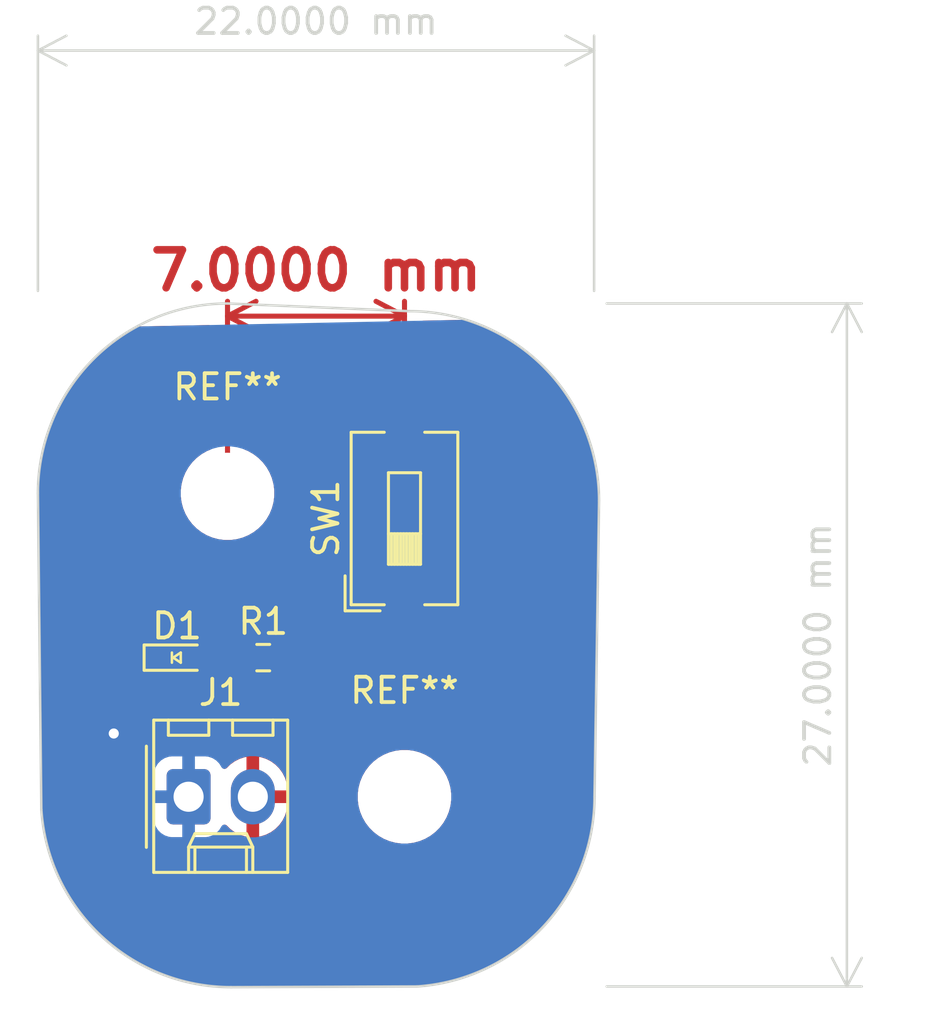
<source format=kicad_pcb>
(kicad_pcb (version 20240108) (generator "pcbnew") (generator_version "8.0")
  (title_block (title "LED Project") (date "2022-08-16") (rev "1.0") (company "Illini Solar Car") (comment 1 "Designed By: Haris Yunus"))
  (layers (0 "F.Cu" signal) (31 "B.Cu" signal) (34 "B.Paste" user) (35 "F.Paste" user) (36 "B.SilkS" user "B.Silkscreen") (37 "F.SilkS" user "F.Silkscreen") (38 "B.Mask" user) (39 "F.Mask" user) (44 "Edge.Cuts" user))
  (net 0 "")
  (net 1 "Net-(D1-A)")
  (net 2 "GND")
  (net 3 "+3V3")
  (net 4 "Net-(R1-Pad1)")
  (footprint "Resistor_SMD:R_0603_1608Metric_Pad0.98x0.95mm_HandSolder" (layer "F.Cu") (at 59.4125 46)
    (property "Reference" "R1" (at 0 -1.43 0) (layer "F.SilkS"))
    (property "Value" "105")
    (fp_line (start -0.254724 -0.5225) (end 0.254724 -0.5225) (stroke (width 0.12)) (layer "F.SilkS"))
    (fp_line (start -0.254724 0.5225) (end 0.254724 0.5225) (stroke (width 0.12)) (layer "F.SilkS"))
    (pad "1" smd roundrect (at -0.9125 0) (size 0.975 0.95) (layers "F.Cu" "F.Paste" "F.Mask") (net 4 "Net-(R1-Pad1)"))
    (pad "2" smd roundrect (at 0.9125 0) (size 0.975 0.95) (layers "F.Cu" "F.Paste" "F.Mask") (net 1 "Net-(D1-A)"))
  )
  (footprint "MountingHole:MountingHole_3.2mm_M3" (layer "F.Cu") (at 65 51.5)
    (property "Reference" "REF**" (at 0 -4.2 0) (layer "F.SilkS"))
    (property "Value" "MountingHole_3.2mm_M3")
    (pad "" np_thru_hole circle (at 0 0) (size 3.2 3.2) (drill 3.2) (layers "*.Cu" "*.Mask"))
  )
  (footprint "Button_Switch_SMD:SW_DIP_SPSTx01_Slide_6.7x4.1mm_W8.61mm_P2.54mm_LowProfile" (layer "F.Cu") (at 65 40.5 90)
    (property "Reference" "SW1" (at 0 -3.11 90) (layer "F.SilkS"))
    (property "Value" "SW_Push")
    (fp_line (start -3.65 -2.35) (end -2.267 -2.35) (stroke (width 0.12)) (layer "F.SilkS"))
    (fp_line (start -3.65 -2.35) (end -3.65 -0.967) (stroke (width 0.12)) (layer "F.SilkS"))
    (fp_line (start 3.41 -2.11) (end 3.41 -0.8) (stroke (width 0.12)) (layer "F.SilkS"))
    (fp_line (start -3.41 -2.11) (end 3.41 -2.11) (stroke (width 0.12)) (layer "F.SilkS"))
    (fp_line (start -3.41 -2.11) (end -3.41 -0.8) (stroke (width 0.12)) (layer "F.SilkS"))
    (fp_line (start 1.81 -0.635) (end -1.81 -0.635) (stroke (width 0.12)) (layer "F.SilkS"))
    (fp_line (start -0.603333 -0.635) (end -0.603333 0.635) (stroke (width 0.12)) (layer "F.SilkS"))
    (fp_line (start -1.81 -0.635) (end -1.81 0.635) (stroke (width 0.12)) (layer "F.SilkS"))
    (fp_line (start -1.81 -0.515) (end -0.603333 -0.515) (stroke (width 0.12)) (layer "F.SilkS"))
    (fp_line (start -1.81 -0.395) (end -0.603333 -0.395) (stroke (width 0.12)) (layer "F.SilkS"))
    (fp_line (start -1.81 -0.275) (end -0.603333 -0.275) (stroke (width 0.12)) (layer "F.SilkS"))
    (fp_line (start -1.81 -0.155) (end -0.603333 -0.155) (stroke (width 0.12)) (layer "F.SilkS"))
    (fp_line (start -1.81 -0.035) (end -0.603333 -0.035) (stroke (width 0.12)) (layer "F.SilkS"))
    (fp_line (start -1.81 0.085) (end -0.603333 0.085) (stroke (width 0.12)) (layer "F.SilkS"))
    (fp_line (start -1.81 0.205) (end -0.603333 0.205) (stroke (width 0.12)) (layer "F.SilkS"))
    (fp_line (start -1.81 0.325) (end -0.603333 0.325) (stroke (width 0.12)) (layer "F.SilkS"))
    (fp_line (start -1.81 0.445) (end -0.603333 0.445) (stroke (width 0.12)) (layer "F.SilkS"))
    (fp_line (start -1.81 0.565) (end -0.603333 0.565) (stroke (width 0.12)) (layer "F.SilkS"))
    (fp_line (start 1.81 0.635) (end 1.81 -0.635) (stroke (width 0.12)) (layer "F.SilkS"))
    (fp_line (start -1.81 0.635) (end 1.81 0.635) (stroke (width 0.12)) (layer "F.SilkS"))
    (fp_line (start 3.41 0.8) (end 3.41 2.11) (stroke (width 0.12)) (layer "F.SilkS"))
    (fp_line (start -3.41 0.8) (end -3.41 2.11) (stroke (width 0.12)) (layer "F.SilkS"))
    (fp_line (start -3.41 2.11) (end 3.41 2.11) (stroke (width 0.12)) (layer "F.SilkS"))
    (pad "1" smd rect (at -4.305 0 90) (size 2.44 1.12) (layers "F.Cu" "F.Paste" "F.Mask") (net 3 "+3V3"))
    (pad "2" smd rect (at 4.305 0 90) (size 2.44 1.12) (layers "F.Cu" "F.Paste" "F.Mask") (net 4 "Net-(R1-Pad1)"))
  )
  (footprint "layout:LED_0603_Symbol_on_F.SilkS" (layer "F.Cu") (at 56 46)
    (property "Reference" "D1" (at 0 -1.25 0) (layer "F.SilkS"))
    (property "Value" "LED_RED")
    (fp_line (start -1.3 -0.5) (end -1.3 0.5) (stroke (width 0.12)) (layer "F.SilkS"))
    (fp_line (start -1.3 -0.5) (end 0.8 -0.5) (stroke (width 0.12)) (layer "F.SilkS"))
    (fp_line (start -1.3 0.5) (end 0.8 0.5) (stroke (width 0.12)) (layer "F.SilkS"))
    (fp_line (start -0.2 -0.2) (end -0.2 0.2) (stroke (width 0.1)) (layer "F.SilkS"))
    (fp_line (start -0.15 0) (end 0.15 -0.2) (stroke (width 0.1)) (layer "F.SilkS"))
    (fp_line (start 0.15 -0.2) (end 0.15 0.2) (stroke (width 0.1)) (layer "F.SilkS"))
    (fp_line (start 0.15 0.2) (end -0.15 0) (stroke (width 0.1)) (layer "F.SilkS"))
    (pad "1" smd rect (at -0.8 0 180) (size 0.8 0.8) (layers "F.Cu" "F.Paste" "F.Mask") (net 2 "GND"))
    (pad "2" smd rect (at 0.8 0 180) (size 0.8 0.8) (layers "F.Cu" "F.Paste" "F.Mask") (net 1 "Net-(D1-A)"))
  )
  (footprint "MountingHole:MountingHole_3.2mm_M3" (layer "F.Cu") (at 58 39.5)
    (property "Reference" "REF**" (at 0 -4.2 0) (layer "F.SilkS"))
    (property "Value" "MountingHole_3.2mm_M3")
    (pad "" np_thru_hole circle (at 0 0) (size 3.2 3.2) (drill 3.2) (layers "*.Cu" "*.Mask"))
  )
  (footprint "Connector_Molex:Molex_KK-254_AE-6410-02A_1x02_P2.54mm_Vertical" (layer "F.Cu") (at 56.46 51.5)
    (property "Reference" "J1" (at 1.27 -4.12 0) (layer "F.SilkS"))
    (property "Value" "Conn_01x02")
    (fp_line (start -1.67 -2) (end -1.67 2) (stroke (width 0.12)) (layer "F.SilkS"))
    (fp_line (start -1.38 -3.03) (end -1.38 2.99) (stroke (width 0.12)) (layer "F.SilkS"))
    (fp_line (start -1.38 2.99) (end 3.92 2.99) (stroke (width 0.12)) (layer "F.SilkS"))
    (fp_line (start -0.8 -3.03) (end -0.8 -2.43) (stroke (width 0.12)) (layer "F.SilkS"))
    (fp_line (start -0.8 -2.43) (end 0.8 -2.43) (stroke (width 0.12)) (layer "F.SilkS"))
    (fp_line (start 0 1.99) (end 0.25 1.46) (stroke (width 0.12)) (layer "F.SilkS"))
    (fp_line (start 0 1.99) (end 2.54 1.99) (stroke (width 0.12)) (layer "F.SilkS"))
    (fp_line (start 0 2.99) (end 0 1.99) (stroke (width 0.12)) (layer "F.SilkS"))
    (fp_line (start 0.25 1.46) (end 2.29 1.46) (stroke (width 0.12)) (layer "F.SilkS"))
    (fp_line (start 0.25 2.99) (end 0.25 1.99) (stroke (width 0.12)) (layer "F.SilkS"))
    (fp_line (start 0.8 -2.43) (end 0.8 -3.03) (stroke (width 0.12)) (layer "F.SilkS"))
    (fp_line (start 1.74 -3.03) (end 1.74 -2.43) (stroke (width 0.12)) (layer "F.SilkS"))
    (fp_line (start 1.74 -2.43) (end 3.34 -2.43) (stroke (width 0.12)) (layer "F.SilkS"))
    (fp_line (start 2.29 1.46) (end 2.54 1.99) (stroke (width 0.12)) (layer "F.SilkS"))
    (fp_line (start 2.29 2.99) (end 2.29 1.99) (stroke (width 0.12)) (layer "F.SilkS"))
    (fp_line (start 2.54 1.99) (end 2.54 2.99) (stroke (width 0.12)) (layer "F.SilkS"))
    (fp_line (start 3.34 -2.43) (end 3.34 -3.03) (stroke (width 0.12)) (layer "F.SilkS"))
    (fp_line (start 3.92 -3.03) (end -1.38 -3.03) (stroke (width 0.12)) (layer "F.SilkS"))
    (fp_line (start 3.92 2.99) (end 3.92 -3.03) (stroke (width 0.12)) (layer "F.SilkS"))
    (pad "1" thru_hole roundrect (at 0 0) (size 1.74 2.19) (drill 1.19) (layers "*.Cu" "*.Mask") (roundrect_rratio 0.143678) (net 2 "GND"))
    (pad "2" thru_hole oval (at 2.54 0) (size 1.74 2.19) (drill 1.19) (layers "*.Cu" "*.Mask") (net 3 "+3V3"))
  )
  (gr_line (start 65.5 59) (end 58.135254 59.027644) (stroke (width 0.1)) (layer "Edge.Cuts"))
  (gr_arc (start 58.135254 59.027644) (mid 53 57) (end 50.635254 52.010996) (stroke (width 0.1)) (layer "Edge.Cuts"))
  (gr_line (start 58 32) (end 65.196699 32.303301) (stroke (width 0.1)) (layer "Edge.Cuts"))
  (gr_line (start 72.696699 39.803301) (end 72.516648 51.5) (stroke (width 0.1)) (layer "Edge.Cuts"))
  (gr_arc (start 50.5 39.5) (mid 52.696699 34.196699) (end 58 32) (stroke (width 0.1)) (layer "Edge.Cuts"))
  (gr_line (start 50.635254 52.010996) (end 50.5 39.5) (stroke (width 0.1)) (layer "Edge.Cuts"))
  (gr_arc (start 72.516648 51.5) (mid 70.489004 56.635254) (end 65.5 59) (stroke (width 0.1)) (layer "Edge.Cuts"))
  (gr_arc (start 65.196699 32.303301) (mid 70.5 34.5) (end 72.696699 39.803301) (stroke (width 0.1)) (layer "Edge.Cuts"))
  (dimension (type aligned) (layer "F.Cu") (pts (xy 58 39.5) (xy 65 39.5)) (height -7) (gr_text "7.0000 mm" (at 61.5 30.7 0) (layer "F.Cu") (effects (font (size 1.5 1.5) (thickness 0.3)))) (format (prefix "") (suffix "") (units 3) (units_format 1) (precision 4)) (style (thickness 0.2) (arrow_length 1.27) (text_position_mode 0) (extension_height 0.58642) (extension_offset 0.5) keep_text_aligned))
  (dimension (type aligned) (layer "Edge.Cuts") (pts (xy 72.5 32) (xy 50.5 32)) (height 10) (gr_text "22.0000 mm" (at 61.5 20.85 0) (layer "Edge.Cuts") (effects (font (size 1 1) (thickness 0.15)))) (format (prefix "") (suffix "") (units 3) (units_format 1) (precision 4)) (style (thickness 0.1) (arrow_length 1.27) (text_position_mode 0) (extension_height 0.58642) (extension_offset 0.5) keep_text_aligned))
  (dimension (type aligned) (layer "Edge.Cuts") (pts (xy 72.5 32) (xy 72.5 59)) (height -10) (gr_text "27.0000 mm" (at 81.35 45.5 90) (layer "Edge.Cuts") (effects (font (size 1 1) (thickness 0.15)))) (format (prefix "") (suffix "") (units 3) (units_format 1) (precision 4)) (style (thickness 0.1) (arrow_length 1.27) (text_position_mode 0) (extension_height 0.58642) (extension_offset 0.5) keep_text_aligned))
  (segment (start 61 46) (end 62 47) (width 0.25) (layer "F.Cu") (net 1))
  (segment (start 56.5 47.5) (end 56.8 47.2) (width 0.25) (layer "F.Cu") (net 1))
  (segment (start 62 47) (end 61.5 47.5) (width 0.25) (layer "F.Cu") (net 1))
  (segment (start 61.5 47.5) (end 56.5 47.5) (width 0.25) (layer "F.Cu") (net 1))
  (segment (start 56.8 47.2) (end 56.8 46) (width 0.25) (layer "F.Cu") (net 1))
  (segment (start 60.325 46) (end 61 46) (width 0.25) (layer "F.Cu") (net 1))
  (segment (start 55.2 46) (end 55.2 47.3) (width 0.25) (layer "F.Cu") (net 2))
  (segment (start 55.2 47.3) (end 53.5 49) (width 0.25) (layer "F.Cu") (net 2))
  (via (at 53.5 49) (size 0.8) (drill 0.4) (layers "F.Cu" "B.Cu") (net 2))
  (segment (start 65 36.195) (end 62.805 36.195) (width 0.25) (layer "F.Cu") (net 4))
  (segment (start 62.805 36.195) (end 62 37) (width 0.25) (layer "F.Cu") (net 4))
  (segment (start 62 44) (end 61.5 44.5) (width 0.25) (layer "F.Cu") (net 4))
  (segment (start 62 37) (end 62 44) (width 0.25) (layer "F.Cu") (net 4))
  (segment (start 58.5 44.5) (end 58.5 46) (width 0.25) (layer "F.Cu") (net 4))
  (segment (start 61.5 44.5) (end 58.5 44.5) (width 0.25) (layer "F.Cu") (net 4))
  (zone (net 3) (net_name "+3V3") (layer "F.Cu") (connect_pads (clearance 0.508)) (min_thickness 0.25) (fill yes (thermal_gap 0.5) (thermal_bridge_width 0.5))
    (polygon (pts (xy 50 33) (xy 74.5 32.5) (xy 73.5 60.5) (xy 49 60)))
  )
  (zone (net 2) (net_name "GND") (layer "B.Cu") (priority 1) (connect_pads (clearance 0.508)) (min_thickness 0.25) (fill yes (thermal_gap 0.5) (thermal_bridge_width 0.5))
    (polygon (pts (xy 50 33) (xy 74.5 32.5) (xy 73.5 60) (xy 49 60)))
  )
)
</source>
